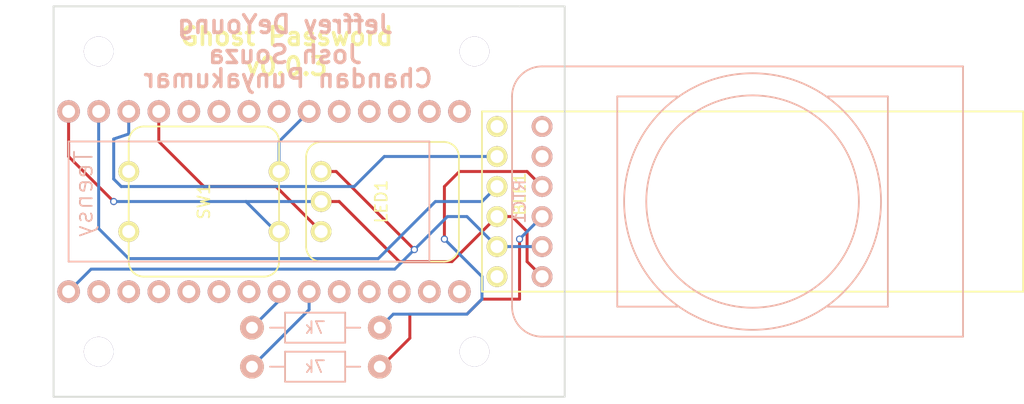
<source format=kicad_pcb>
(kicad_pcb (version 4) (host pcbnew 4.0.0-rc1-stable)

  (general
    (links 17)
    (no_connects 2)
    (area 100.734536 58.87488 187.600001 93.47418)
    (thickness 1.6)
    (drawings 11)
    (tracks 71)
    (zones 0)
    (modules 11)
    (nets 35)
  )

  (page A4)
  (layers
    (0 F.Cu signal)
    (31 B.Cu signal)
    (32 B.Adhes user)
    (33 F.Adhes user)
    (34 B.Paste user)
    (35 F.Paste user)
    (36 B.SilkS user)
    (37 F.SilkS user hide)
    (38 B.Mask user)
    (39 F.Mask user)
    (40 Dwgs.User user)
    (41 Cmts.User user)
    (42 Eco1.User user)
    (43 Eco2.User user)
    (44 Edge.Cuts user)
    (45 Margin user)
    (46 B.CrtYd user)
    (47 F.CrtYd user)
    (48 B.Fab user)
    (49 F.Fab user)
  )

  (setup
    (last_trace_width 0.25)
    (trace_clearance 0.2)
    (zone_clearance 0.508)
    (zone_45_only no)
    (trace_min 0.2)
    (segment_width 0.2)
    (edge_width 0.15)
    (via_size 0.6)
    (via_drill 0.4)
    (via_min_size 0.4)
    (via_min_drill 0.3)
    (uvia_size 0.3)
    (uvia_drill 0.1)
    (uvias_allowed no)
    (uvia_min_size 0.2)
    (uvia_min_drill 0.1)
    (pcb_text_width 0.3)
    (pcb_text_size 1.5 1.5)
    (mod_edge_width 0.15)
    (mod_text_size 1 1)
    (mod_text_width 0.15)
    (pad_size 1.524 1.524)
    (pad_drill 0.762)
    (pad_to_mask_clearance 0.2)
    (aux_axis_origin 109.22 64.77)
    (visible_elements 7FFFFFFF)
    (pcbplotparams
      (layerselection 0x010f0_80000001)
      (usegerberextensions true)
      (excludeedgelayer true)
      (linewidth 0.020000)
      (plotframeref false)
      (viasonmask false)
      (mode 1)
      (useauxorigin false)
      (hpglpennumber 1)
      (hpglpenspeed 20)
      (hpglpendiameter 15)
      (hpglpenoverlay 2)
      (psnegative false)
      (psa4output false)
      (plotreference true)
      (plotvalue true)
      (plotinvisibletext false)
      (padsonsilk false)
      (subtractmaskfromsilk false)
      (outputformat 1)
      (mirror false)
      (drillshape 0)
      (scaleselection 1)
      (outputdirectory output))
  )

  (net 0 "")
  (net 1 "Net-(BLE1-Pad1)")
  (net 2 /VCC)
  (net 3 /GND)
  (net 4 /BLE-RX-1)
  (net 5 "Net-(BLE1-Pad6)")
  (net 6 /LED-DIN)
  (net 7 /RTC-SDA)
  (net 8 /RTC-SCL)
  (net 9 "Net-(RTC1-Pad5)")
  (net 10 "Net-(RTC1-Pad6)")
  (net 11 /BTN-IN)
  (net 12 "Net-(U1-Pad5)")
  (net 13 "Net-(U1-Pad6)")
  (net 14 "Net-(U1-Pad10)")
  (net 15 "Net-(U1-Pad11)")
  (net 16 "Net-(U1-Pad12)")
  (net 17 "Net-(U1-Pad20)")
  (net 18 "Net-(U1-Pad21)")
  (net 19 "Net-(U1-Pad22)")
  (net 20 "Net-(U1-Pad23)")
  (net 21 "Net-(U1-Pad24)")
  (net 22 "Net-(U1-Pad25)")
  (net 23 "Net-(U1-Pad3)")
  (net 24 "Net-(U1-Pad4)")
  (net 25 "Net-(U1-Pad8)")
  (net 26 "Net-(U1-Pad9)")
  (net 27 "Net-(R70k1-Pad1)")
  (net 28 "Net-(70k1-Pad1)")
  (net 29 "Net-(BLE1-Pad4)")
  (net 30 "Net-(U1-Pad13)")
  (net 31 "Net-(U1-Pad14)")
  (net 32 "Net-(U1-Pad15)")
  (net 33 "Net-(U1-Pad16)")
  (net 34 "Net-(U1-Pad17)")

  (net_class Default "This is the default net class."
    (clearance 0.2)
    (trace_width 0.25)
    (via_dia 0.6)
    (via_drill 0.4)
    (uvia_dia 0.3)
    (uvia_drill 0.1)
    (add_net /BLE-RX-1)
    (add_net /BTN-IN)
    (add_net /GND)
    (add_net /LED-DIN)
    (add_net /RTC-SCL)
    (add_net /RTC-SDA)
    (add_net /VCC)
    (add_net "Net-(70k1-Pad1)")
    (add_net "Net-(BLE1-Pad1)")
    (add_net "Net-(BLE1-Pad4)")
    (add_net "Net-(BLE1-Pad6)")
    (add_net "Net-(R70k1-Pad1)")
    (add_net "Net-(RTC1-Pad5)")
    (add_net "Net-(RTC1-Pad6)")
    (add_net "Net-(U1-Pad10)")
    (add_net "Net-(U1-Pad11)")
    (add_net "Net-(U1-Pad12)")
    (add_net "Net-(U1-Pad13)")
    (add_net "Net-(U1-Pad14)")
    (add_net "Net-(U1-Pad15)")
    (add_net "Net-(U1-Pad16)")
    (add_net "Net-(U1-Pad17)")
    (add_net "Net-(U1-Pad20)")
    (add_net "Net-(U1-Pad21)")
    (add_net "Net-(U1-Pad22)")
    (add_net "Net-(U1-Pad23)")
    (add_net "Net-(U1-Pad24)")
    (add_net "Net-(U1-Pad25)")
    (add_net "Net-(U1-Pad3)")
    (add_net "Net-(U1-Pad4)")
    (add_net "Net-(U1-Pad5)")
    (add_net "Net-(U1-Pad6)")
    (add_net "Net-(U1-Pad8)")
    (add_net "Net-(U1-Pad9)")
  )

  (module Teensy-3.1 (layer B.Cu) (tedit 5653BE83) (tstamp 562D104E)
    (at 109.22 68.58)
    (path /563DA0BC)
    (fp_text reference Teensy (at -1.27 6.985 90) (layer B.SilkS)
      (effects (font (size 1.5 1.5) (thickness 0.15)) (justify mirror))
    )
    (fp_text value Teensy_3.1 (at 5.08 10.16) (layer B.Fab)
      (effects (font (size 1.5 1.5) (thickness 0.15)) (justify mirror))
    )
    (fp_line (start -2.54 12.7) (end 27.94 12.7) (layer B.SilkS) (width 0.15))
    (fp_line (start 27.94 12.7) (end 27.94 2.54) (layer B.SilkS) (width 0.15))
    (fp_line (start 27.94 2.54) (end -2.54 2.54) (layer B.SilkS) (width 0.15))
    (fp_line (start -2.54 2.54) (end -2.54 12.7) (layer B.SilkS) (width 0.15))
    (pad 0 thru_hole circle (at 0 0) (size 1.9 1.9) (drill 1.0922) (layers *.Cu *.Mask B.SilkS)
      (net 29 "Net-(BLE1-Pad4)"))
    (pad 1 thru_hole circle (at 2.54 0) (size 1.9 1.9) (drill 1.0922) (layers *.Cu *.Mask B.SilkS)
      (net 4 /BLE-RX-1))
    (pad 2 thru_hole circle (at 5.08 0) (size 1.9 1.9) (drill 1.0922) (layers *.Cu *.Mask B.SilkS)
      (net 6 /LED-DIN))
    (pad 3 thru_hole circle (at 7.62 0) (size 1.9 1.9) (drill 1.0922) (layers *.Cu *.Mask B.SilkS)
      (net 23 "Net-(U1-Pad3)"))
    (pad 4 thru_hole circle (at 10.16 0) (size 1.9 1.9) (drill 1.0922) (layers *.Cu *.Mask B.SilkS)
      (net 24 "Net-(U1-Pad4)"))
    (pad 5 thru_hole circle (at 12.7 0) (size 1.9 1.9) (drill 1.0922) (layers *.Cu *.Mask B.SilkS)
      (net 12 "Net-(U1-Pad5)"))
    (pad 6 thru_hole circle (at 15.24 0) (size 1.9 1.9) (drill 1.0922) (layers *.Cu *.Mask B.SilkS)
      (net 13 "Net-(U1-Pad6)"))
    (pad 7 thru_hole circle (at 17.78 0) (size 1.9 1.9) (drill 1.0922) (layers *.Cu *.Mask B.SilkS)
      (net 11 /BTN-IN))
    (pad 8 thru_hole circle (at 20.32 0) (size 1.9 1.9) (drill 1.0922) (layers *.Cu *.Mask B.SilkS)
      (net 25 "Net-(U1-Pad8)"))
    (pad 9 thru_hole circle (at 22.86 0) (size 1.9 1.9) (drill 1.0922) (layers *.Cu *.Mask B.SilkS)
      (net 26 "Net-(U1-Pad9)"))
    (pad 10 thru_hole circle (at 25.4 0) (size 1.9 1.9) (drill 1.0922) (layers *.Cu *.Mask B.SilkS)
      (net 14 "Net-(U1-Pad10)"))
    (pad 11 thru_hole circle (at 27.94 0) (size 1.9 1.9) (drill 1.0922) (layers *.Cu *.Mask B.SilkS)
      (net 15 "Net-(U1-Pad11)"))
    (pad 12 thru_hole circle (at 30.48 0) (size 1.9 1.9) (drill 1.0922) (layers *.Cu *.Mask B.SilkS)
      (net 16 "Net-(U1-Pad12)"))
    (pad 13 thru_hole circle (at 30.48 15.24) (size 1.9 1.9) (drill 1.0922) (layers *.Cu *.Mask B.SilkS)
      (net 30 "Net-(U1-Pad13)"))
    (pad 14 thru_hole circle (at 27.94 15.24) (size 1.9 1.9) (drill 1.0922) (layers *.Cu *.Mask B.SilkS)
      (net 31 "Net-(U1-Pad14)"))
    (pad 15 thru_hole circle (at 25.4 15.24) (size 1.9 1.9) (drill 1.0922) (layers *.Cu *.Mask B.SilkS)
      (net 32 "Net-(U1-Pad15)"))
    (pad 16 thru_hole circle (at 22.86 15.24) (size 1.9 1.9) (drill 1.0922) (layers *.Cu *.Mask B.SilkS)
      (net 33 "Net-(U1-Pad16)"))
    (pad 17 thru_hole circle (at 20.32 15.24) (size 1.9 1.9) (drill 1.0922) (layers *.Cu *.Mask B.SilkS)
      (net 34 "Net-(U1-Pad17)"))
    (pad 18 thru_hole circle (at 17.78 15.24) (size 1.9 1.9) (drill 1.0922) (layers *.Cu *.Mask B.SilkS)
      (net 27 "Net-(R70k1-Pad1)"))
    (pad 19 thru_hole circle (at 15.24 15.24) (size 1.9 1.9) (drill 1.0922) (layers *.Cu *.Mask B.SilkS)
      (net 28 "Net-(70k1-Pad1)"))
    (pad 20 thru_hole circle (at 12.7 15.24) (size 1.9 1.9) (drill 1.0922) (layers *.Cu *.Mask B.SilkS)
      (net 17 "Net-(U1-Pad20)"))
    (pad 21 thru_hole circle (at 10.16 15.24) (size 1.9 1.9) (drill 1.0922) (layers *.Cu *.Mask B.SilkS)
      (net 18 "Net-(U1-Pad21)"))
    (pad 22 thru_hole circle (at 7.62 15.24) (size 1.9 1.9) (drill 1.0922) (layers *.Cu *.Mask B.SilkS)
      (net 19 "Net-(U1-Pad22)"))
    (pad 23 thru_hole circle (at 5.08 15.24) (size 1.9 1.9) (drill 1.0922) (layers *.Cu *.Mask B.SilkS)
      (net 20 "Net-(U1-Pad23)"))
    (pad 24 thru_hole circle (at 2.54 15.24) (size 1.9 1.9) (drill 1.0922) (layers *.Cu *.Mask B.SilkS)
      (net 21 "Net-(U1-Pad24)"))
    (pad 25 thru_hole circle (at 0 15.24) (size 1.9 1.9) (drill 1.0922) (layers *.Cu *.Mask B.SilkS)
      (net 22 "Net-(U1-Pad25)"))
    (pad 26 thru_hole circle (at -2.54 15.24) (size 1.9 1.9) (drill 1.0922) (layers *.Cu *.Mask B.SilkS)
      (net 2 /VCC))
    (pad 27 thru_hole circle (at -2.54 0) (size 1.9 1.9) (drill 1.0922) (layers *.Cu *.Mask B.SilkS)
      (net 3 /GND))
  )

  (module Resistor_Horizontal_RM10mm (layer B.Cu) (tedit 5653BBE9) (tstamp 563DCE50)
    (at 127.254 86.868)
    (descr "Resistor, Axial,  RM 10mm, 1/3W,")
    (tags "Resistor, Axial, RM 10mm, 1/3W,")
    (path /563DD290)
    (fp_text reference 7k (at 0.254 0) (layer B.SilkS)
      (effects (font (size 1 1) (thickness 0.15)) (justify mirror))
    )
    (fp_text value R_Small (at 0.254 -1.905) (layer B.Fab)
      (effects (font (size 1 1) (thickness 0.15)) (justify mirror))
    )
    (fp_line (start -2.286 1.27) (end 2.794 1.27) (layer B.SilkS) (width 0.15))
    (fp_line (start 2.794 1.27) (end 2.794 -1.27) (layer B.SilkS) (width 0.15))
    (fp_line (start 2.794 -1.27) (end -2.286 -1.27) (layer B.SilkS) (width 0.15))
    (fp_line (start -2.286 -1.27) (end -2.286 1.27) (layer B.SilkS) (width 0.15))
    (fp_line (start -2.286 0) (end -3.556 0) (layer B.SilkS) (width 0.15))
    (fp_line (start 2.794 0) (end 4.064 0) (layer B.SilkS) (width 0.15))
    (pad 1 thru_hole circle (at -5.08 0) (size 1.99898 1.99898) (drill 1.00076) (layers *.Cu *.SilkS *.Mask)
      (net 28 "Net-(70k1-Pad1)"))
    (pad 2 thru_hole circle (at 5.715 0) (size 1.99898 1.99898) (drill 1.00076) (layers *.Cu *.SilkS *.Mask)
      (net 8 /RTC-SCL))
    (model Resistors_ThroughHole.3dshapes/Resistor_Horizontal_RM10mm.wrl
      (at (xyz 0 0 0))
      (scale (xyz 0.4 0.4 0.4))
      (rotate (xyz 0 0 0))
    )
  )

  (module NeoPixel_Jewel (layer F.Cu) (tedit 5653B7E4) (tstamp 562D1020)
    (at 126.746 81.28 90)
    (path /562C13AF)
    (fp_text reference LED1 (at 5.08 6.35 90) (layer F.SilkS)
      (effects (font (size 1 1) (thickness 0.15)))
    )
    (fp_text value NeoPixel_Jewel (at 8.89 6.35 180) (layer F.Fab)
      (effects (font (size 1 1) (thickness 0.15)))
    )
    (fp_line (start 1.27 0) (end 8.85 0) (layer F.SilkS) (width 0.15))
    (fp_line (start 0 11.64) (end 0 1.27) (layer F.SilkS) (width 0.15))
    (fp_line (start 8.89 12.91) (end 1.27 12.91) (layer F.SilkS) (width 0.15))
    (fp_line (start 10.12 11.64) (end 10.12 1.27) (layer F.SilkS) (width 0.15))
    (fp_arc (start 1.27 11.64) (end 1.27 12.91) (angle 90) (layer F.SilkS) (width 0.15))
    (fp_arc (start 8.85 11.64) (end 10.12 11.64) (angle 90) (layer F.SilkS) (width 0.15))
    (fp_arc (start 8.85 1.27) (end 8.85 0) (angle 90) (layer F.SilkS) (width 0.15))
    (fp_arc (start 1.27 1.27) (end 0 1.27) (angle 90) (layer F.SilkS) (width 0.15))
    (pad 1 thru_hole circle (at 7.62 1.27 90) (size 1.7526 1.7526) (drill 1.0922) (layers *.Cu *.Mask F.SilkS)
      (net 2 /VCC))
    (pad 2 thru_hole circle (at 5.08 1.27 90) (size 1.7526 1.7526) (drill 1.0922) (layers *.Cu *.Mask F.SilkS)
      (net 3 /GND))
    (pad 3 thru_hole circle (at 2.54 1.27 90) (size 1.7526 1.7526) (drill 1.0922) (layers *.Cu *.Mask F.SilkS)
      (net 6 /LED-DIN))
  )

  (module GhostPassword:Tactile_switch (layer F.Cu) (tedit 563D6BE0) (tstamp 562D1032)
    (at 118.11 76.2 270)
    (path /562C1496)
    (fp_text reference SW1 (at 0 0 270) (layer F.SilkS)
      (effects (font (size 1 1) (thickness 0.15)))
    )
    (fp_text value SW_PUSH (at 0 -8.89 270) (layer F.Fab)
      (effects (font (size 1 1) (thickness 0.15)))
    )
    (fp_line (start 6.35 -5.08) (end 6.35 5.08) (layer F.SilkS) (width 0.15))
    (fp_arc (start 5.08 5.08) (end 6.35 5.08) (angle 90) (layer F.SilkS) (width 0.15))
    (fp_arc (start -5.08 5.08) (end -5.08 6.35) (angle 90) (layer F.SilkS) (width 0.15))
    (fp_line (start -6.35 -5.08) (end -6.35 5.08) (layer F.SilkS) (width 0.15))
    (fp_line (start 5.08 6.35) (end -5.08 6.35) (layer F.SilkS) (width 0.15))
    (fp_line (start 5.08 -6.35) (end -5.08 -6.35) (layer F.SilkS) (width 0.15))
    (fp_arc (start 5.08 -5.08) (end 5.08 -6.35) (angle 90) (layer F.SilkS) (width 0.15))
    (fp_arc (start -5.08 -5.08) (end -6.35 -5.08) (angle 90) (layer F.SilkS) (width 0.15))
    (pad 2 thru_hole circle (at 2.54 -6.35 270) (size 1.7526 1.7526) (drill 1.0922) (layers *.Cu *.Mask F.SilkS)
      (net 3 /GND))
    (pad 1 thru_hole circle (at -2.54 -6.35 270) (size 1.7526 1.7526) (drill 1.0922) (layers *.Cu *.Mask F.SilkS)
      (net 11 /BTN-IN))
    (pad 1 thru_hole circle (at -2.54 6.35 270) (size 1.7526 1.7526) (drill 1.0922) (layers *.Cu *.Mask F.SilkS)
      (net 11 /BTN-IN))
    (pad 2 thru_hole circle (at 2.54 6.35 270) (size 1.7526 1.7526) (drill 1.0922) (layers *.Cu *.Mask F.SilkS)
      (net 3 /GND))
  )

  (module Mounting_Holes:MountingHole_2-5mm (layer F.Cu) (tedit 563E767B) (tstamp 562D9588)
    (at 109.22 63.5)
    (descr "Mounting hole, Befestigungsbohrung, 2,5mm, No Annular, Kein Restring,")
    (tags "Mounting hole, Befestigungsbohrung, 2,5mm, No Annular, Kein Restring,")
    (fp_text reference REF** (at 0 -3.50012) (layer Dwgs.User)
      (effects (font (size 1 1) (thickness 0.15)))
    )
    (fp_text value MountingHole_2-5mm (at 0.09906 3.59918) (layer F.Fab)
      (effects (font (size 1 1) (thickness 0.15)))
    )
    (fp_circle (center 0 0) (end 2.5 0) (layer Cmts.User) (width 0.381))
    (pad 1 thru_hole circle (at 0 0) (size 2.5 2.5) (drill 2.5) (layers))
  )

  (module Mounting_Holes:MountingHole_2-5mm (layer F.Cu) (tedit 563E7683) (tstamp 562DA2FF)
    (at 140.97 63.5)
    (descr "Mounting hole, Befestigungsbohrung, 2,5mm, No Annular, Kein Restring,")
    (tags "Mounting hole, Befestigungsbohrung, 2,5mm, No Annular, Kein Restring,")
    (fp_text reference REF** (at 0 -3.50012) (layer Dwgs.User)
      (effects (font (size 1 1) (thickness 0.15)))
    )
    (fp_text value MountingHole_2-5mm (at 0.09906 3.59918) (layer F.Fab)
      (effects (font (size 1 1) (thickness 0.15)))
    )
    (fp_circle (center 0 0) (end 2.5 0) (layer Cmts.User) (width 0.381))
    (pad 1 thru_hole circle (at 0 0) (size 2.5 2.5) (drill 2.5) (layers))
  )

  (module Mounting_Holes:MountingHole_2-5mm (layer F.Cu) (tedit 563E766B) (tstamp 562DA306)
    (at 140.97 88.9)
    (descr "Mounting hole, Befestigungsbohrung, 2,5mm, No Annular, Kein Restring,")
    (tags "Mounting hole, Befestigungsbohrung, 2,5mm, No Annular, Kein Restring,")
    (fp_text reference REF** (at 0 -3.50012) (layer Dwgs.User)
      (effects (font (size 1 1) (thickness 0.15)))
    )
    (fp_text value MountingHole_2-5mm (at 0.09906 3.59918) (layer F.Fab)
      (effects (font (size 1 1) (thickness 0.15)))
    )
    (fp_circle (center 0 0) (end 2.5 0) (layer Cmts.User) (width 0.381))
    (pad 1 thru_hole circle (at 0 0) (size 2.5 2.5) (drill 2.5) (layers))
  )

  (module Mounting_Holes:MountingHole_2-5mm (layer F.Cu) (tedit 563E7673) (tstamp 562DA315)
    (at 109.22 88.9)
    (descr "Mounting hole, Befestigungsbohrung, 2,5mm, No Annular, Kein Restring,")
    (tags "Mounting hole, Befestigungsbohrung, 2,5mm, No Annular, Kein Restring,")
    (fp_text reference REF** (at 0 -3.50012) (layer Dwgs.User)
      (effects (font (size 1 1) (thickness 0.15)))
    )
    (fp_text value MountingHole_2-5mm (at 0.09906 3.59918) (layer F.Fab)
      (effects (font (size 1 1) (thickness 0.15)))
    )
    (fp_circle (center 0 0) (end 2.5 0) (layer Cmts.User) (width 0.381))
    (pad 1 thru_hole circle (at 0 0) (size 2.5 2.5) (drill 2.5) (layers))
  )

  (module GhostPassword:BlueSmirfHID (layer F.Cu) (tedit 563E76A5) (tstamp 562D1019)
    (at 141.605 83.82 90)
    (path /563DA39B)
    (fp_text reference BLE1 (at 8.255 3.175 90) (layer F.SilkS)
      (effects (font (size 1 1) (thickness 0.15)))
    )
    (fp_text value BlueSmirfHID (at 7.62 22.86 90) (layer F.Fab)
      (effects (font (size 1 1) (thickness 0.15)))
    )
    (fp_line (start 0 0) (end 15.24 0) (layer F.SilkS) (width 0.15))
    (fp_line (start 15.24 0) (end 15.24 45.72) (layer F.SilkS) (width 0.15))
    (fp_line (start 15.24 45.72) (end 0 45.72) (layer F.SilkS) (width 0.15))
    (fp_line (start 0 45.72) (end 0 0) (layer F.SilkS) (width 0.15))
    (pad 1 thru_hole circle (at 1.27 1.27 90) (size 1.7526 1.7526) (drill 1.0922) (layers *.Cu *.Mask F.SilkS)
      (net 1 "Net-(BLE1-Pad1)"))
    (pad 2 thru_hole circle (at 3.81 1.27 90) (size 1.7526 1.7526) (drill 1.0922) (layers *.Cu *.Mask F.SilkS)
      (net 2 /VCC))
    (pad 3 thru_hole circle (at 6.35 1.27 90) (size 1.7526 1.7526) (drill 1.0922) (layers *.Cu *.Mask F.SilkS)
      (net 3 /GND))
    (pad 4 thru_hole circle (at 8.89 1.27 90) (size 1.7526 1.7526) (drill 1.0922) (layers *.Cu *.Mask F.SilkS)
      (net 29 "Net-(BLE1-Pad4)"))
    (pad 5 thru_hole circle (at 11.43 1.27 90) (size 1.7526 1.7526) (drill 1.0922) (layers *.Cu *.Mask F.SilkS)
      (net 4 /BLE-RX-1))
    (pad 6 thru_hole circle (at 13.97 1.27 90) (size 1.7526 1.7526) (drill 1.0922) (layers *.Cu *.Mask F.SilkS)
      (net 5 "Net-(BLE1-Pad6)"))
  )

  (module GhostPassword:DS3231 (layer B.Cu) (tedit 563E76AB) (tstamp 562D102A)
    (at 144.145 64.77 270)
    (path /562C11B5)
    (fp_text reference RTC1 (at 11.43 -0.635 270) (layer B.SilkS)
      (effects (font (size 1 1) (thickness 0.15)) (justify mirror))
    )
    (fp_text value DS3231 (at 11.43 -35.06 270) (layer B.Fab)
      (effects (font (size 1 1) (thickness 0.15)) (justify mirror))
    )
    (fp_line (start 2.54 -31.75) (end 2.54 -26.67) (layer B.SilkS) (width 0.15))
    (fp_line (start 2.54 -31.75) (end 20.32 -31.75) (layer B.SilkS) (width 0.15))
    (fp_line (start 20.32 -31.75) (end 20.32 -26.67) (layer B.SilkS) (width 0.15))
    (fp_line (start 20.32 -13.97) (end 20.32 -8.89) (layer B.SilkS) (width 0.15))
    (fp_line (start 20.32 -8.89) (end 2.54 -8.89) (layer B.SilkS) (width 0.15))
    (fp_line (start 2.54 -8.89) (end 2.54 -13.97) (layer B.SilkS) (width 0.15))
    (fp_circle (center 11.43 -20.32) (end 20.32 -19.05) (layer B.SilkS) (width 0.15))
    (fp_circle (center 11.43 -20.32) (end 21.59 -16.51) (layer B.SilkS) (width 0.15))
    (fp_line (start 0 -2.54) (end 0 -38.1) (layer B.SilkS) (width 0.15))
    (fp_line (start 22.86 -2.54) (end 22.86 -38.1) (layer B.SilkS) (width 0.15))
    (fp_line (start 20.32 0) (end 2.54 0) (layer B.SilkS) (width 0.15))
    (fp_arc (start 2.54 -2.54) (end 0 -2.54) (angle -90) (layer B.SilkS) (width 0.15))
    (fp_arc (start 20.32 -2.54) (end 20.32 0) (angle -90) (layer B.SilkS) (width 0.15))
    (fp_line (start 0 -38.1) (end 22.86 -38.1) (layer B.SilkS) (width 0.15))
    (pad 1 thru_hole circle (at 17.78 -2.54 270) (size 1.7526 1.7526) (drill 1.0922) (layers *.Cu *.Mask B.SilkS)
      (net 3 /GND))
    (pad 2 thru_hole circle (at 15.24 -2.54 270) (size 1.7526 1.7526) (drill 1.0922) (layers *.Cu *.Mask B.SilkS)
      (net 2 /VCC))
    (pad 3 thru_hole circle (at 12.7 -2.54 270) (size 1.7526 1.7526) (drill 1.0922) (layers *.Cu *.Mask B.SilkS)
      (net 7 /RTC-SDA))
    (pad 4 thru_hole circle (at 10.16 -2.54 270) (size 1.7526 1.7526) (drill 1.0922) (layers *.Cu *.Mask B.SilkS)
      (net 8 /RTC-SCL))
    (pad 5 thru_hole circle (at 7.62 -2.54 270) (size 1.7526 1.7526) (drill 1.0922) (layers *.Cu *.Mask B.SilkS)
      (net 9 "Net-(RTC1-Pad5)"))
    (pad 6 thru_hole circle (at 5.08 -2.54 270) (size 1.7526 1.7526) (drill 1.0922) (layers *.Cu *.Mask B.SilkS)
      (net 10 "Net-(RTC1-Pad6)"))
  )

  (module GhostPassword:Resistor_Horizontal_RM10mm (layer B.Cu) (tedit 5653BBE9) (tstamp 563DCE56)
    (at 127.254 90.17)
    (descr "Resistor, Axial,  RM 10mm, 1/3W,")
    (tags "Resistor, Axial, RM 10mm, 1/3W,")
    (path /563DD39B)
    (fp_text reference 7k (at 0.254 0) (layer B.SilkS)
      (effects (font (size 1 1) (thickness 0.15)) (justify mirror))
    )
    (fp_text value R_Small (at 0.254 -1.905) (layer B.Fab)
      (effects (font (size 1 1) (thickness 0.15)) (justify mirror))
    )
    (fp_line (start -2.286 1.27) (end 2.794 1.27) (layer B.SilkS) (width 0.15))
    (fp_line (start 2.794 1.27) (end 2.794 -1.27) (layer B.SilkS) (width 0.15))
    (fp_line (start 2.794 -1.27) (end -2.286 -1.27) (layer B.SilkS) (width 0.15))
    (fp_line (start -2.286 -1.27) (end -2.286 1.27) (layer B.SilkS) (width 0.15))
    (fp_line (start -2.286 0) (end -3.556 0) (layer B.SilkS) (width 0.15))
    (fp_line (start 2.794 0) (end 4.064 0) (layer B.SilkS) (width 0.15))
    (pad 1 thru_hole circle (at -5.08 0) (size 1.99898 1.99898) (drill 1.00076) (layers *.Cu *.SilkS *.Mask)
      (net 27 "Net-(R70k1-Pad1)"))
    (pad 2 thru_hole circle (at 5.715 0) (size 1.99898 1.99898) (drill 1.00076) (layers *.Cu *.SilkS *.Mask)
      (net 7 /RTC-SDA))
    (model Resistors_ThroughHole.3dshapes/Resistor_Horizontal_RM10mm.wrl
      (at (xyz 0 0 0))
      (scale (xyz 0.4 0.4 0.4))
      (rotate (xyz 0 0 0))
    )
  )

  (gr_line (start 148.59 92.71) (end 144.78 92.71) (angle 90) (layer Edge.Cuts) (width 0.15))
  (gr_line (start 144.78 59.69) (end 148.59 59.69) (angle 90) (layer Edge.Cuts) (width 0.15))
  (gr_text "Chandan Punyakumar" (at 125.222 65.786) (layer B.SilkS)
    (effects (font (size 1.5 1.5) (thickness 0.3)) (justify mirror))
  )
  (gr_text "Jeffrey DeYoung" (at 124.968 61.214) (layer B.SilkS)
    (effects (font (size 1.5 1.5) (thickness 0.3)) (justify mirror))
  )
  (gr_text "Josh Souza" (at 124.968 63.754) (layer B.SilkS)
    (effects (font (size 1.5 1.5) (thickness 0.3)) (justify mirror))
  )
  (gr_text v0.0.3 (at 125.095 64.77) (layer F.SilkS)
    (effects (font (size 1.5 1.5) (thickness 0.3)))
  )
  (gr_text "Ghost Password" (at 125.095 62.23) (layer F.SilkS)
    (effects (font (size 1.5 1.5) (thickness 0.3)))
  )
  (gr_line (start 148.59 92.71) (end 148.59 59.69) (angle 90) (layer Edge.Cuts) (width 0.15))
  (gr_line (start 105.41 59.69) (end 105.41 92.71) (angle 90) (layer Edge.Cuts) (width 0.15))
  (gr_line (start 144.78 92.71) (end 105.41 92.71) (angle 90) (layer Edge.Cuts) (width 0.15))
  (gr_line (start 105.41 59.69) (end 144.78 59.69) (angle 90) (layer Edge.Cuts) (width 0.15))

  (segment (start 128.016 73.66) (end 129.286 73.66) (width 0.25) (layer F.Cu) (net 2))
  (via (at 135.89 80.264) (size 0.6) (drill 0.4) (layers F.Cu B.Cu) (net 2))
  (segment (start 129.286 73.66) (end 135.89 80.264) (width 0.25) (layer F.Cu) (net 2) (tstamp 5653BB5D))
  (segment (start 134.239 81.915) (end 135.89 80.264) (width 0.25) (layer B.Cu) (net 2) (tstamp 562D16EB) (status 20))
  (segment (start 135.89 80.264) (end 138.684 77.47) (width 0.25) (layer B.Cu) (net 2) (tstamp 5653BB8B) (status 20))
  (segment (start 140.335 77.47) (end 142.875 80.01) (width 0.25) (layer B.Cu) (net 2) (tstamp 563DD3D1))
  (segment (start 138.684 77.47) (end 140.335 77.47) (width 0.25) (layer B.Cu) (net 2) (tstamp 563DD3CB))
  (segment (start 142.875 80.01) (end 146.685 80.01) (width 0.25) (layer B.Cu) (net 2))
  (segment (start 108.585 81.915) (end 134.239 81.915) (width 0.25) (layer B.Cu) (net 2) (tstamp 562D16EA))
  (segment (start 106.68 83.82) (end 108.585 81.915) (width 0.25) (layer B.Cu) (net 2) (status 10))
  (segment (start 129.54 76.2) (end 128.016 76.2) (width 0.25) (layer F.Cu) (net 3))
  (segment (start 124.46 78.74) (end 124.206 78.74) (width 0.25) (layer B.Cu) (net 3))
  (segment (start 124.206 78.74) (end 121.666 76.2) (width 0.25) (layer B.Cu) (net 3) (tstamp 5653BAF2))
  (segment (start 110.49 76.2) (end 121.666 76.2) (width 0.25) (layer B.Cu) (net 3) (tstamp 5653BA4B))
  (segment (start 121.666 76.2) (end 128.016 76.2) (width 0.25) (layer B.Cu) (net 3) (tstamp 5653BAF6))
  (via (at 110.49 76.2) (size 0.6) (drill 0.4) (layers F.Cu B.Cu) (net 3))
  (segment (start 129.54 76.2) (end 133.35 80.01) (width 0.25) (layer F.Cu) (net 3) (status 10))
  (segment (start 133.35 80.01) (end 134.62 81.28) (width 0.25) (layer F.Cu) (net 3) (tstamp 563E7347) (status 10))
  (segment (start 134.62 81.28) (end 139.065 81.28) (width 0.25) (layer F.Cu) (net 3) (tstamp 562D17F4))
  (segment (start 129.54 76.2) (end 129.54 76.2) (width 0.25) (layer F.Cu) (net 3) (status 10))
  (segment (start 146.685 82.55) (end 145.415 81.28) (width 0.25) (layer F.Cu) (net 3))
  (segment (start 144.145 77.47) (end 142.875 77.47) (width 0.25) (layer F.Cu) (net 3) (tstamp 563DD1D0))
  (segment (start 145.415 78.74) (end 144.145 77.47) (width 0.25) (layer F.Cu) (net 3) (tstamp 563DD1CF))
  (segment (start 145.415 81.28) (end 145.415 78.74) (width 0.25) (layer F.Cu) (net 3) (tstamp 563DD1CE))
  (segment (start 139.065 81.28) (end 142.875 77.47) (width 0.25) (layer F.Cu) (net 3) (tstamp 562D17F7) (status 20))
  (segment (start 110.49 76.2) (end 106.68 72.39) (width 0.25) (layer F.Cu) (net 3) (tstamp 563D83C3))
  (segment (start 106.68 72.39) (end 106.68 68.58) (width 0.25) (layer F.Cu) (net 3) (tstamp 563D83CB) (status 20))
  (segment (start 133.35 72.39) (end 142.875 72.39) (width 0.25) (layer B.Cu) (net 4) (tstamp 562D17BE) (status 20))
  (segment (start 130.81 74.93) (end 133.35 72.39) (width 0.25) (layer B.Cu) (net 4) (tstamp 562D17B7))
  (segment (start 111.125 74.93) (end 130.81 74.93) (width 0.25) (layer B.Cu) (net 4) (tstamp 562D17B5))
  (segment (start 110.49 74.295) (end 111.125 74.93) (width 0.25) (layer B.Cu) (net 4) (tstamp 563D78CD))
  (segment (start 110.49 70.908333) (end 110.49 74.295) (width 0.25) (layer B.Cu) (net 4) (tstamp 562D17AE))
  (segment (start 111.76 70.485) (end 110.49 70.908333) (width 0.25) (layer B.Cu) (net 4) (tstamp 563D78A0))
  (segment (start 111.76 68.58) (end 111.76 70.485) (width 0.25) (layer B.Cu) (net 4) (status 10))
  (segment (start 128.016 78.74) (end 124.206 74.93) (width 0.25) (layer F.Cu) (net 6) (status 10))
  (segment (start 124.206 74.93) (end 118.11 74.93) (width 0.25) (layer F.Cu) (net 6) (tstamp 563D841C))
  (segment (start 118.11 74.93) (end 114.3 71.12) (width 0.25) (layer F.Cu) (net 6) (tstamp 563D8424))
  (segment (start 114.3 71.12) (end 114.3 68.58) (width 0.25) (layer F.Cu) (net 6) (tstamp 563D842F) (status 20))
  (segment (start 137.16 85.725) (end 135.509 85.725) (width 0.25) (layer F.Cu) (net 7))
  (segment (start 135.509 87.757) (end 133.096 90.17) (width 0.25) (layer F.Cu) (net 7) (tstamp 563DD773))
  (segment (start 135.509 85.725) (end 135.509 87.757) (width 0.25) (layer F.Cu) (net 7) (tstamp 563DD771))
  (segment (start 144.78 79.375) (end 146.685 77.47) (width 0.25) (layer B.Cu) (net 7) (tstamp 563DD501))
  (via (at 144.78 79.375) (size 0.6) (drill 0.4) (layers F.Cu B.Cu) (net 7))
  (segment (start 144.78 84.455) (end 144.78 79.375) (width 0.25) (layer F.Cu) (net 7) (tstamp 563DD4EE))
  (segment (start 141.605 84.455) (end 144.78 84.455) (width 0.25) (layer F.Cu) (net 7) (tstamp 563DD4EC))
  (segment (start 140.335 85.725) (end 141.605 84.455) (width 0.25) (layer F.Cu) (net 7) (tstamp 563DD4EA))
  (segment (start 137.16 85.725) (end 140.335 85.725) (width 0.25) (layer F.Cu) (net 7) (tstamp 563DD4E5))
  (segment (start 138.43 74.93) (end 139.7 73.66) (width 0.25) (layer F.Cu) (net 8) (tstamp 563DD4D3))
  (segment (start 138.43 79.375) (end 138.43 74.93) (width 0.25) (layer F.Cu) (net 8) (tstamp 563DD4D2))
  (via (at 138.43 79.375) (size 0.6) (drill 0.4) (layers F.Cu B.Cu) (net 8))
  (segment (start 141.605 82.55) (end 138.43 79.375) (width 0.25) (layer B.Cu) (net 8) (tstamp 563DD4B8))
  (segment (start 141.605 84.455) (end 141.605 82.55) (width 0.25) (layer B.Cu) (net 8) (tstamp 563DD4B6))
  (segment (start 140.335 85.725) (end 141.605 84.455) (width 0.25) (layer B.Cu) (net 8) (tstamp 563DD4AD))
  (segment (start 132.6515 87.1855) (end 134.112 85.725) (width 0.25) (layer B.Cu) (net 8))
  (segment (start 145.415 73.66) (end 146.685 74.93) (width 0.25) (layer F.Cu) (net 8) (tstamp 563DD4DA))
  (segment (start 139.7 73.66) (end 145.415 73.66) (width 0.25) (layer F.Cu) (net 8) (tstamp 563DD4D7))
  (segment (start 134.112 85.725) (end 140.335 85.725) (width 0.25) (layer B.Cu) (net 8) (tstamp 563DD4A0))
  (segment (start 111.76 73.66) (end 111.925 73.495) (width 0.25) (layer F.Cu) (net 11) (tstamp 562D1762) (status 30))
  (via (at 111.76 73.66) (size 0.6) (drill 0.4) (layers F.Cu B.Cu) (net 11) (status 30))
  (segment (start 124.46 71.12) (end 124.46 73.66) (width 0.25) (layer B.Cu) (net 11) (tstamp 563D82DF) (status 20))
  (segment (start 124.46 71.12) (end 127 68.58) (width 0.25) (layer B.Cu) (net 11) (status 10))
  (segment (start 122.174 90.17) (end 127 85.344) (width 0.25) (layer B.Cu) (net 27) (status 400000))
  (segment (start 127 85.344) (end 127 83.82) (width 0.25) (layer B.Cu) (net 27) (status 800000))
  (segment (start 124.46 83.82) (end 124.46 84.582) (width 0.25) (layer B.Cu) (net 28))
  (segment (start 124.46 84.582) (end 122.174 86.868) (width 0.25) (layer B.Cu) (net 28) (tstamp 5653C273))
  (segment (start 141.605 76.2) (end 142.875 74.93) (width 0.25) (layer B.Cu) (net 29) (tstamp 562D17CD) (status 20))
  (segment (start 109.22 68.58) (end 109.22 78.486) (width 0.25) (layer B.Cu) (net 29) (status 10))
  (segment (start 109.22 78.486) (end 111.76 81.026) (width 0.25) (layer B.Cu) (net 29) (tstamp 562D17C7))
  (segment (start 111.76 81.026) (end 132.842 81.026) (width 0.25) (layer B.Cu) (net 29) (tstamp 562D17C9))
  (segment (start 132.842 81.026) (end 137.668 76.2) (width 0.25) (layer B.Cu) (net 29) (tstamp 5653B8B7))
  (segment (start 137.668 76.2) (end 141.605 76.2) (width 0.25) (layer B.Cu) (net 29) (tstamp 5653B97E))

)

</source>
